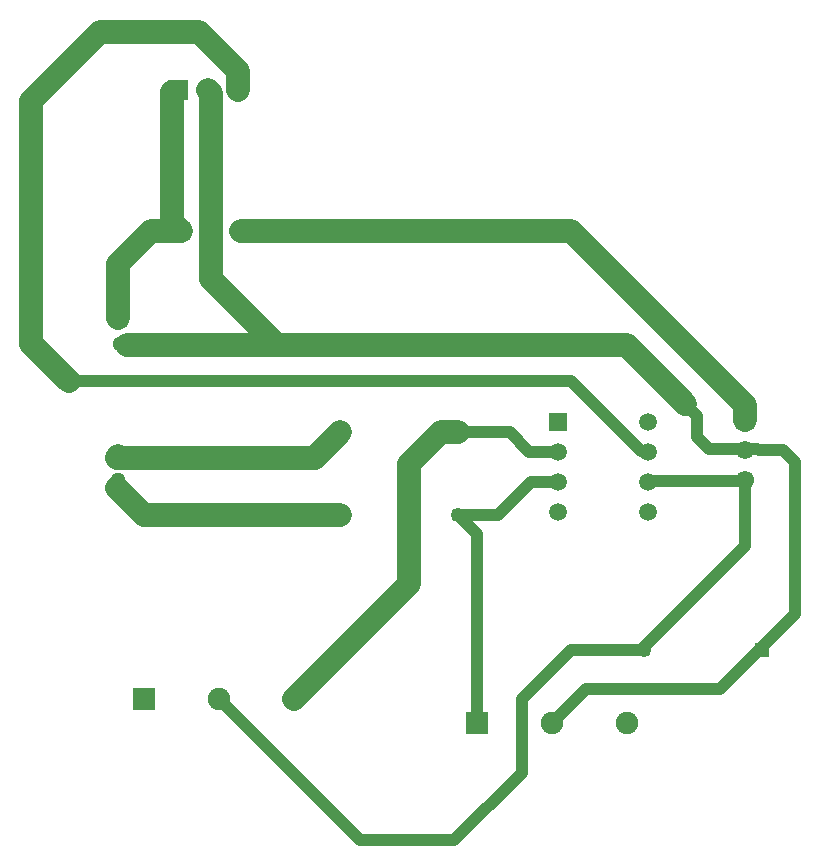
<source format=gbl>
G04*
G04 #@! TF.GenerationSoftware,Altium Limited,Altium Designer,23.2.1 (34)*
G04*
G04 Layer_Physical_Order=2*
G04 Layer_Color=16711680*
%FSLAX44Y44*%
%MOMM*%
G71*
G04*
G04 #@! TF.SameCoordinates,851AC272-0A9D-4C73-9226-38D0B36C9836*
G04*
G04*
G04 #@! TF.FilePolarity,Positive*
G04*
G01*
G75*
%ADD20C,1.3000*%
%ADD21R,1.3000X1.3000*%
%ADD22C,1.2500*%
%ADD23R,1.2500X1.2500*%
%ADD28R,1.5500X1.5500*%
%ADD29C,1.5500*%
%ADD30C,1.6000*%
%ADD31R,1.6000X1.6000*%
%ADD32C,1.7000*%
%ADD33R,1.7000X1.7000*%
%ADD34R,1.5000X1.5000*%
%ADD35C,1.5000*%
%ADD36C,1.9000*%
%ADD37R,1.9000X1.9000*%
%ADD38C,2.0000*%
%ADD39C,1.0000*%
D20*
X586740Y970440D02*
D03*
X585470Y855030D02*
D03*
D21*
X586740Y990440D02*
D03*
X585470Y875030D02*
D03*
D22*
X872960Y895350D02*
D03*
Y825500D02*
D03*
X1030770Y711200D02*
D03*
D23*
X772960Y895350D02*
D03*
Y825500D02*
D03*
X1130770Y711200D02*
D03*
D28*
X1116330Y905510D02*
D03*
D29*
Y880110D02*
D03*
Y854710D02*
D03*
D30*
X689610Y1065530D02*
D03*
X664210D02*
D03*
D31*
X638810D02*
D03*
D32*
X687070Y1184910D02*
D03*
X661670D02*
D03*
D33*
X636270D02*
D03*
D34*
X957580Y904240D02*
D03*
D35*
Y878840D02*
D03*
Y853440D02*
D03*
Y828040D02*
D03*
X1033780Y904240D02*
D03*
Y878840D02*
D03*
Y853440D02*
D03*
Y828040D02*
D03*
D36*
X952500Y648970D02*
D03*
X1016000D02*
D03*
X670560Y669290D02*
D03*
X734060D02*
D03*
D37*
X889000Y648970D02*
D03*
X607060Y669290D02*
D03*
D38*
X720090Y969010D02*
X1016000D01*
X664210Y1024890D02*
X720090Y969010D01*
X664210Y1024890D02*
Y1065530D01*
X969010D02*
X1116330Y918210D01*
X584200Y848360D02*
X607060Y825500D01*
X584510Y874070D02*
X751680D01*
X1116330Y905510D02*
Y918210D01*
X1016000Y969010D02*
X1065530Y919480D01*
X831850Y868680D02*
X858520Y895350D01*
X689610Y1065530D02*
X969010D01*
X751680Y874070D02*
X772960Y895350D01*
X607060Y825500D02*
X772960D01*
X585470Y991870D02*
Y1037590D01*
X593090Y969010D02*
X720090D01*
X585470Y1037590D02*
X613410Y1065530D01*
X638810D01*
X687070Y1184910D02*
Y1201420D01*
X661670Y1184910D02*
X664210Y1182370D01*
Y1065530D02*
Y1182370D01*
X631190Y1073150D02*
Y1183640D01*
X734060Y669290D02*
X831850Y767080D01*
Y868680D01*
X584510Y874070D02*
X585470Y875030D01*
X631190Y1073150D02*
X638810Y1065530D01*
X858520Y895350D02*
X872960D01*
X511810Y1176020D02*
X570230Y1234440D01*
X654050D02*
X687070Y1201420D01*
X511810Y970280D02*
Y1176020D01*
Y970280D02*
X543560Y938530D01*
X570230Y1234440D02*
X654050D01*
D39*
X670560Y669290D02*
X789940Y549910D01*
X869950D01*
X1085850Y881380D02*
X1126490D01*
X1127760Y880110D01*
X927100Y607060D02*
Y669290D01*
X869950Y549910D02*
X927100Y607060D01*
X969010Y711200D02*
X1030770D01*
X1095210Y678180D02*
X1158240Y741210D01*
X1127760Y880110D02*
X1148080D01*
X1158240Y869950D01*
Y741210D02*
Y869950D01*
X1033780Y853440D02*
X1034415Y854075D01*
X1115695D02*
X1116330Y854710D01*
X1029500Y712470D02*
X1116330Y799300D01*
Y854710D01*
X1034415Y854075D02*
X1115695D01*
X981710Y678180D02*
X1095210D01*
X927100Y669290D02*
X969010Y711200D01*
X952500Y648970D02*
X981710Y678180D01*
X585470Y991710D02*
Y991870D01*
Y991710D02*
X586740Y990440D01*
X872960Y825500D02*
X889000Y809460D01*
Y648970D02*
Y809460D01*
X872960Y825500D02*
X906780D01*
X1065530Y919480D02*
X1075690Y909320D01*
Y891540D02*
Y909320D01*
X969010Y938530D02*
X1027743Y879797D01*
X1075690Y891540D02*
X1085850Y881380D01*
X934720Y853440D02*
X957580D01*
X906780Y825500D02*
X934720Y853440D01*
X1027743Y879797D02*
X1032823D01*
X1033780Y878840D01*
X933450D02*
X957580D01*
X916940Y895350D02*
X933450Y878840D01*
X872960Y895350D02*
X916940D01*
X543560Y938530D02*
X969010D01*
M02*

</source>
